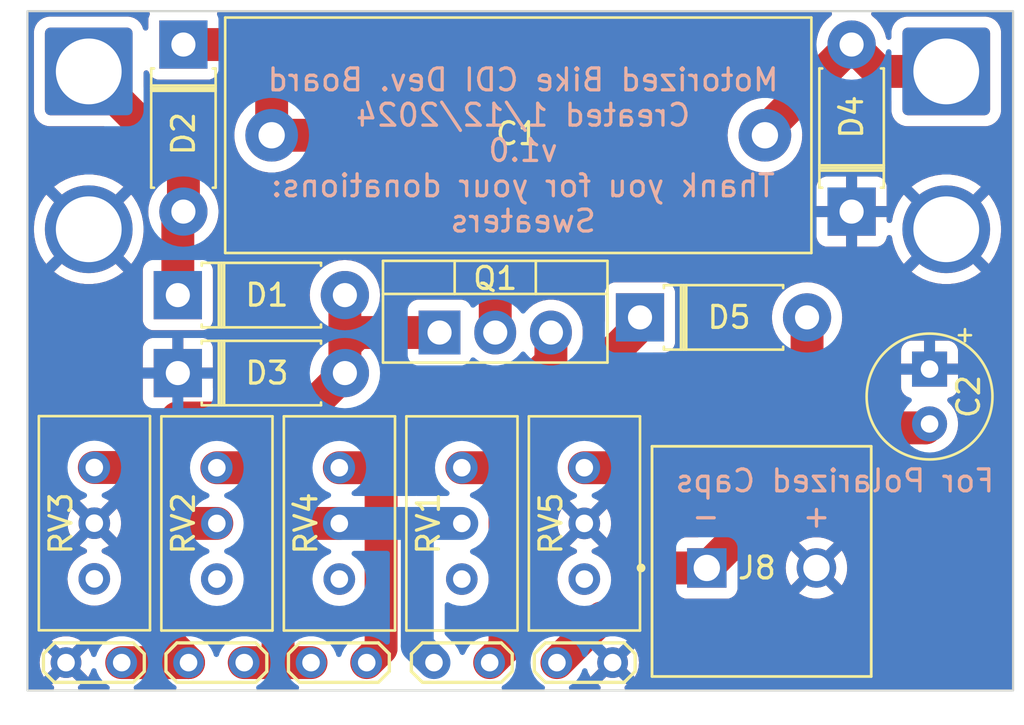
<source format=kicad_pcb>
(kicad_pcb (version 20221018) (generator pcbnew)
  (layers (0 "F.Cu" signal) (31 "B.Cu" signal) (34 "B.Paste" user) (35 "F.Paste" user) (36 "B.SilkS" user "B.Silkscreen") (37 "F.SilkS" user "F.Silkscreen") (38 "B.Mask" user) (39 "F.Mask" user) (44 "Edge.Cuts" user))
  (net 0 "")
  (net 1 "Net-(D2-K)")
  (net 2 "Net-(D4-A)")
  (net 3 "GND")
  (net 4 "Net-(D5-A)")
  (net 5 "Net-(D1-K)")
  (net 6 "Net-(D1-A)")
  (net 7 "Net-(D5-K)")
  (net 8 "Net-(J3-Pin_1)")
  (net 9 "Net-(J3-Pin_2)")
  (footprint "TestPoint:TestPoint_2Pads_Pitch2.54mm_Drill0.8mm" (layer "F.Cu") (at 134.092 93.218 180)
    (fp_text reference "J4" hide)
    (fp_text value "scrD")
    (fp_line (start -1.03 -0.4) (end -0.53 -0.9) (stroke (width 0.15)) (layer "F.SilkS"))
    (fp_line (start -1.03 0.4) (end -1.03 -0.4) (stroke (width 0.15)) (layer "F.SilkS"))
    (fp_line (start -0.53 -0.9) (end 3.07 -0.9) (stroke (width 0.15)) (layer "F.SilkS"))
    (fp_line (start -0.53 0.9) (end -1.03 0.4) (stroke (width 0.15)) (layer "F.SilkS"))
    (fp_line (start 3.07 -0.9) (end 3.57 -0.4) (stroke (width 0.15)) (layer "F.SilkS"))
    (fp_line (start 3.07 0.9) (end -0.53 0.9) (stroke (width 0.15)) (layer "F.SilkS"))
    (fp_line (start 3.57 -0.4) (end 3.57 0.4) (stroke (width 0.15)) (layer "F.SilkS"))
    (fp_line (start 3.57 0.4) (end 3.07 0.9) (stroke (width 0.15)) (layer "F.SilkS"))
    (pad "1" thru_hole circle (at 0 0 180) (size 1.4 1.4) (drill 0.8) (layers "*.Cu" "*.Mask") (net 9 "Net-(J3-Pin_2)"))
    (pad "2" thru_hole circle (at 2.54 0 180) (size 1.4 1.4) (drill 0.8) (layers "*.Cu" "*.Mask") (net 6 "Net-(D1-A)"))
  )
  (footprint "TE_1792863:TE_1792863" (layer "F.Cu") (at 157.694 88.9)
    (fp_text reference "J8" (at -0.214 0) (layer "F.SilkS"))
    (fp_text value "aC")
    (fp_line (start -5 -5.55) (end 5 -5.55) (stroke (width 0.127)) (layer "F.SilkS"))
    (fp_line (start -5 4.95) (end -5 -5.55) (stroke (width 0.127)) (layer "F.SilkS"))
    (fp_line (start 5 -5.55) (end 5 4.95) (stroke (width 0.127)) (layer "F.SilkS"))
    (fp_line (start 5 4.95) (end -5 4.95) (stroke (width 0.127)) (layer "F.SilkS"))
    (fp_circle (center -5.5 0) (end -5.4 0) (stroke (width 0.2)) (fill none) (layer "F.SilkS"))
    (pad "1" thru_hole rect (at -2.5 0) (size 1.8 1.8) (drill 1.2) (layers "*.Cu" "*.Mask") (net 4 "Net-(D5-A)"))
    (pad "2" thru_hole circle (at 2.5 0) (size 1.8 1.8) (drill 1.2) (layers "*.Cu" "*.Mask") (net 3 "GND"))
  )
  (footprint "Diode_THT:D_DO-41_SOD81_P7.62mm_Horizontal" (layer "F.Cu") (at 152.146 77.47)
    (fp_text reference "D5" (at 4.064 0) (layer "F.SilkS"))
    (fp_text value "1N4007")
    (fp_line (start 1.09 -1.47) (end 6.53 -1.47) (stroke (width 0.12)) (layer "F.SilkS"))
    (fp_line (start 1.09 -1.34) (end 1.09 -1.47) (stroke (width 0.12)) (layer "F.SilkS"))
    (fp_line (start 1.09 1.34) (end 1.09 1.47) (stroke (width 0.12)) (layer "F.SilkS"))
    (fp_line (start 1.09 1.47) (end 6.53 1.47) (stroke (width 0.12)) (layer "F.SilkS"))
    (fp_line (start 1.87 -1.47) (end 1.87 1.47) (stroke (width 0.12)) (layer "F.SilkS"))
    (fp_line (start 1.99 -1.47) (end 1.99 1.47) (stroke (width 0.12)) (layer "F.SilkS"))
    (fp_line (start 2.11 -1.47) (end 2.11 1.47) (stroke (width 0.12)) (layer "F.SilkS"))
    (fp_line (start 6.53 -1.47) (end 6.53 -1.34) (stroke (width 0.12)) (layer "F.SilkS"))
    (fp_line (start 6.53 1.47) (end 6.53 1.34) (stroke (width 0.12)) (layer "F.SilkS"))
    (pad "1" thru_hole rect (at 0 0) (size 2.2 2.2) (drill 1.1) (layers "*.Cu" "*.Mask") (net 7 "Net-(D5-K)"))
    (pad "2" thru_hole oval (at 7.62 0) (size 2.2 2.2) (drill 1.1) (layers "*.Cu" "*.Mask") (net 4 "Net-(D5-A)"))
  )
  (footprint "Potentiometer_THT:Potentiometer_Bourns_3296W_Vertical" (layer "F.Cu") (at 149.606 84.328 90)
    (fp_text reference "RV5" (at -2.54 -1.524 90) (layer "F.SilkS"))
    (fp_text value "1k")
    (fp_line (start -7.425 -2.53) (end -7.425 2.54) (stroke (width 0.12)) (layer "F.SilkS"))
    (fp_line (start -7.425 -2.53) (end 2.345 -2.53) (stroke (width 0.12)) (layer "F.SilkS"))
    (fp_line (start -7.425 2.54) (end 2.345 2.54) (stroke (width 0.12)) (layer "F.SilkS"))
    (fp_line (start 2.345 -2.53) (end 2.345 2.54) (stroke (width 0.12)) (layer "F.SilkS"))
    (pad "1" thru_hole circle (at 0 0 90) (size 1.44 1.44) (drill 0.8) (layers "*.Cu" "*.Mask") (net 4 "Net-(D5-A)"))
    (pad "2" thru_hole circle (at -2.54 0 90) (size 1.44 1.44) (drill 0.8) (layers "*.Cu" "*.Mask") (net 3 "GND"))
    (pad "3" thru_hole circle (at -5.08 0 90) (size 1.44 1.44) (drill 0.8) (layers "*.Cu" "*.Mask"))
  )
  (footprint "Connector_Wire:SolderWire-2.5sqmm_1x02_P7.2mm_D2.4mm_OD3.6mm" (layer "F.Cu") (at 127 66.25 -90)
    (fp_text reference "J1" hide)
    (fp_text value "MAG")
    (pad "1" thru_hole roundrect (at 0 0 270) (size 4 4) (drill 3) (layers "*.Cu" "*.Mask") (roundrect_rratio 0.0625) (net 5 "Net-(D1-K)"))
    (pad "2" thru_hole circle (at 7.2 0 270) (size 4 4) (drill 3) (layers "*.Cu" "*.Mask") (net 3 "GND"))
  )
  (footprint "Diode_THT:D_DO-41_SOD81_P7.62mm_Horizontal" (layer "F.Cu") (at 131.064 76.454)
    (fp_text reference "D1" (at 4.064 0) (layer "F.SilkS"))
    (fp_text value "1N4007")
    (fp_line (start 1.09 -1.47) (end 6.53 -1.47) (stroke (width 0.12)) (layer "F.SilkS"))
    (fp_line (start 1.09 -1.34) (end 1.09 -1.47) (stroke (width 0.12)) (layer "F.SilkS"))
    (fp_line (start 1.09 1.34) (end 1.09 1.47) (stroke (width 0.12)) (layer "F.SilkS"))
    (fp_line (start 1.09 1.47) (end 6.53 1.47) (stroke (width 0.12)) (layer "F.SilkS"))
    (fp_line (start 1.87 -1.47) (end 1.87 1.47) (stroke (width 0.12)) (layer "F.SilkS"))
    (fp_line (start 1.99 -1.47) (end 1.99 1.47) (stroke (width 0.12)) (layer "F.SilkS"))
    (fp_line (start 2.11 -1.47) (end 2.11 1.47) (stroke (width 0.12)) (layer "F.SilkS"))
    (fp_line (start 6.53 -1.47) (end 6.53 -1.34) (stroke (width 0.12)) (layer "F.SilkS"))
    (fp_line (start 6.53 1.47) (end 6.53 1.34) (stroke (width 0.12)) (layer "F.SilkS"))
    (pad "1" thru_hole rect (at 0 0) (size 2.2 2.2) (drill 1.1) (layers "*.Cu" "*.Mask") (net 5 "Net-(D1-K)"))
    (pad "2" thru_hole oval (at 7.62 0) (size 2.2 2.2) (drill 1.1) (layers "*.Cu" "*.Mask") (net 6 "Net-(D1-A)"))
  )
  (footprint "Potentiometer_THT:Potentiometer_Bourns_3296W_Vertical" (layer "F.Cu") (at 127.254 84.318 90)
    (fp_text reference "RV3" (at -2.55 -1.524 90) (layer "F.SilkS"))
    (fp_text value "50")
    (fp_line (start -7.425 -2.53) (end -7.425 2.54) (stroke (width 0.12)) (layer "F.SilkS"))
    (fp_line (start -7.425 -2.53) (end 2.345 -2.53) (stroke (width 0.12)) (layer "F.SilkS"))
    (fp_line (start -7.425 2.54) (end 2.345 2.54) (stroke (width 0.12)) (layer "F.SilkS"))
    (fp_line (start 2.345 -2.53) (end 2.345 2.54) (stroke (width 0.12)) (layer "F.SilkS"))
    (pad "1" thru_hole circle (at 0 0 90) (size 1.44 1.44) (drill 0.8) (layers "*.Cu" "*.Mask") (net 6 "Net-(D1-A)"))
    (pad "2" thru_hole circle (at -2.54 0 90) (size 1.44 1.44) (drill 0.8) (layers "*.Cu" "*.Mask") (net 3 "GND"))
    (pad "3" thru_hole circle (at -5.08 0 90) (size 1.44 1.44) (drill 0.8) (layers "*.Cu" "*.Mask"))
  )
  (footprint "Potentiometer_THT:Potentiometer_Bourns_3296W_Vertical" (layer "F.Cu") (at 144.018 84.328 90)
    (fp_text reference "RV1" (at -2.54 -1.524 90) (layer "F.SilkS"))
    (fp_text value "50")
    (fp_line (start -7.425 -2.53) (end -7.425 2.54) (stroke (width 0.12)) (layer "F.SilkS"))
    (fp_line (start -7.425 -2.53) (end 2.345 -2.53) (stroke (width 0.12)) (layer "F.SilkS"))
    (fp_line (start -7.425 2.54) (end 2.345 2.54) (stroke (width 0.12)) (layer "F.SilkS"))
    (fp_line (start 2.345 -2.53) (end 2.345 2.54) (stroke (width 0.12)) (layer "F.SilkS"))
    (pad "1" thru_hole circle (at 0 0 90) (size 1.44 1.44) (drill 0.8) (layers "*.Cu" "*.Mask") (net 7 "Net-(D5-K)"))
    (pad "2" thru_hole circle (at -2.54 0 90) (size 1.44 1.44) (drill 0.8) (layers "*.Cu" "*.Mask") (net 9 "Net-(J3-Pin_2)"))
    (pad "3" thru_hole circle (at -5.08 0 90) (size 1.44 1.44) (drill 0.8) (layers "*.Cu" "*.Mask"))
  )
  (footprint "Potentiometer_THT:Potentiometer_Bourns_3296W_Vertical" (layer "F.Cu") (at 138.43 84.328 90)
    (fp_text reference "RV4" (at -2.54 -1.524 90) (layer "F.SilkS"))
    (fp_text value "500")
    (fp_line (start -7.425 -2.53) (end -7.425 2.54) (stroke (width 0.12)) (layer "F.SilkS"))
    (fp_line (start -7.425 -2.53) (end 2.345 -2.53) (stroke (width 0.12)) (layer "F.SilkS"))
    (fp_line (start -7.425 2.54) (end 2.345 2.54) (stroke (width 0.12)) (layer "F.SilkS"))
    (fp_line (start 2.345 -2.53) (end 2.345 2.54) (stroke (width 0.12)) (layer "F.SilkS"))
    (pad "1" thru_hole circle (at 0 0 90) (size 1.44 1.44) (drill 0.8) (layers "*.Cu" "*.Mask") (net 8 "Net-(J3-Pin_1)"))
    (pad "2" thru_hole circle (at -2.54 0 90) (size 1.44 1.44) (drill 0.8) (layers "*.Cu" "*.Mask") (net 9 "Net-(J3-Pin_2)"))
    (pad "3" thru_hole circle (at -5.08 0 90) (size 1.44 1.44) (drill 0.8) (layers "*.Cu" "*.Mask"))
  )
  (footprint "Diode_THT:D_DO-41_SOD81_P7.62mm_Horizontal" (layer "F.Cu") (at 161.798 72.644 90)
    (fp_text reference "D4" (at 4.318 0 90) (layer "F.SilkS"))
    (fp_text value "1N4007")
    (fp_line (start 1.09 -1.47) (end 6.53 -1.47) (stroke (width 0.12)) (layer "F.SilkS"))
    (fp_line (start 1.09 -1.34) (end 1.09 -1.47) (stroke (width 0.12)) (layer "F.SilkS"))
    (fp_line (start 1.09 1.34) (end 1.09 1.47) (stroke (width 0.12)) (layer "F.SilkS"))
    (fp_line (start 1.09 1.47) (end 6.53 1.47) (stroke (width 0.12)) (layer "F.SilkS"))
    (fp_line (start 1.87 -1.47) (end 1.87 1.47) (stroke (width 0.12)) (layer "F.SilkS"))
    (fp_line (start 1.99 -1.47) (end 1.99 1.47) (stroke (width 0.12)) (layer "F.SilkS"))
    (fp_line (start 2.11 -1.47) (end 2.11 1.47) (stroke (width 0.12)) (layer "F.SilkS"))
    (fp_line (start 6.53 -1.47) (end 6.53 -1.34) (stroke (width 0.12)) (layer "F.SilkS"))
    (fp_line (start 6.53 1.47) (end 6.53 1.34) (stroke (width 0.12)) (layer "F.SilkS"))
    (pad "1" thru_hole rect (at 0 0 90) (size 2.2 2.2) (drill 1.1) (layers "*.Cu" "*.Mask") (net 3 "GND"))
    (pad "2" thru_hole oval (at 7.62 0 90) (size 2.2 2.2) (drill 1.1) (layers "*.Cu" "*.Mask") (net 2 "Net-(D4-A)"))
  )
  (footprint "Package_TO_SOT_THT:TO-220-3_Vertical" (layer "F.Cu") (at 143.002 78.161)
    (fp_text reference "Q1" (at 2.54 -2.469) (layer "F.SilkS"))
    (fp_text value "TIC106")
    (fp_line (start -2.58 -3.27) (end -2.58 1.371) (stroke (width 0.12)) (layer "F.SilkS"))
    (fp_line (start -2.58 -3.27) (end 7.66 -3.27) (stroke (width 0.12)) (layer "F.SilkS"))
    (fp_line (start -2.58 -1.76) (end 7.66 -1.76) (stroke (width 0.12)) (layer "F.SilkS"))
    (fp_line (start -2.58 1.371) (end 7.66 1.371) (stroke (width 0.12)) (layer "F.SilkS"))
    (fp_line (start 0.69 -3.27) (end 0.69 -1.76) (stroke (width 0.12)) (layer "F.SilkS"))
    (fp_line (start 4.391 -3.27) (end 4.391 -1.76) (stroke (width 0.12)) (layer "F.SilkS"))
    (fp_line (start 7.66 -3.27) (end 7.66 1.371) (stroke (width 0.12)) (layer "F.SilkS"))
    (pad "1" thru_hole rect (at 0 0) (size 1.905 2) (drill 1.1) (layers "*.Cu" "*.Mask") (net 6 "Net-(D1-A)"))
    (pad "2" thru_hole oval (at 2.54 0) (size 1.905 2) (drill 1.1) (layers "*.Cu" "*.Mask") (net 1 "Net-(D2-K)"))
    (pad "3" thru_hole oval (at 5.08 0) (size 1.905 2) (drill 1.1) (layers "*.Cu" "*.Mask") (net 8 "Net-(J3-Pin_1)"))
  )
  (footprint "Diode_THT:D_DO-41_SOD81_P7.62mm_Horizontal" (layer "F.Cu") (at 131.318 65.024 -90)
    (fp_text reference "D2" (at 4.064 0 90) (layer "F.SilkS"))
    (fp_text value "1N4007")
    (fp_line (start 1.09 -1.47) (end 6.53 -1.47) (stroke (width 0.12)) (layer "F.SilkS"))
    (fp_line (start 1.09 -1.34) (end 1.09 -1.47) (stroke (width 0.12)) (layer "F.SilkS"))
    (fp_line (start 1.09 1.34) (end 1.09 1.47) (stroke (width 0.12)) (layer "F.SilkS"))
    (fp_line (start 1.09 1.47) (end 6.53 1.47) (stroke (width 0.12)) (layer "F.SilkS"))
    (fp_line (start 1.87 -1.47) (end 1.87 1.47) (stroke (width 0.12)) (layer "F.SilkS"))
    (fp_line (start 1.99 -1.47) (end 1.99 1.47) (stroke (width 0.12)) (layer "F.SilkS"))
    (fp_line (start 2.11 -1.47) (end 2.11 1.47) (stroke (width 0.12)) (layer "F.SilkS"))
    (fp_line (start 6.53 -1.47) (end 6.53 -1.34) (stroke (width 0.12)) (layer "F.SilkS"))
    (fp_line (start 6.53 1.47) (end 6.53 1.34) (stroke (width 0.12)) (layer "F.SilkS"))
    (pad "1" thru_hole rect (at 0 0 270) (size 2.2 2.2) (drill 1.1) (layers "*.Cu" "*.Mask") (net 1 "Net-(D2-K)"))
    (pad "2" thru_hole oval (at 7.62 0 270) (size 2.2 2.2) (drill 1.1) (layers "*.Cu" "*.Mask") (net 5 "Net-(D1-K)"))
  )
  (footprint "TestPoint:TestPoint_2Pads_Pitch2.54mm_Drill0.8mm" (layer "F.Cu") (at 142.748 93.218)
    (fp_text reference "J5" hide)
    (fp_text value "AtG")
    (fp_line (start -1.03 -0.4) (end -0.53 -0.9) (stroke (width 0.15)) (layer "F.SilkS"))
    (fp_line (start -1.03 0.4) (end -1.03 -0.4) (stroke (width 0.15)) (layer "F.SilkS"))
    (fp_line (start -0.53 -0.9) (end 3.07 -0.9) (stroke (width 0.15)) (layer "F.SilkS"))
    (fp_line (start -0.53 0.9) (end -1.03 0.4) (stroke (width 0.15)) (layer "F.SilkS"))
    (fp_line (start 3.07 -0.9) (end 3.57 -0.4) (stroke (width 0.15)) (layer "F.SilkS"))
    (fp_line (start 3.07 0.9) (end -0.53 0.9) (stroke (width 0.15)) (layer "F.SilkS"))
    (fp_line (start 3.57 -0.4) (end 3.57 0.4) (stroke (width 0.15)) (layer "F.SilkS"))
    (fp_line (start 3.57 0.4) (end 3.07 0.9) (stroke (width 0.15)) (layer "F.SilkS"))
    (pad "1" thru_hole circle (at 0 0) (size 1.4 1.4) (drill 0.8) (layers "*.Cu" "*.Mask") (net 9 "Net-(J3-Pin_2)"))
    (pad "2" thru_hole circle (at 2.54 0) (size 1.4 1.4) (drill 0.8) (layers "*.Cu" "*.Mask") (net 7 "Net-(D5-K)"))
  )
  (footprint "Capacitor_THT:CP_Radial_Tantal_D5.5mm_P2.50mm" (layer "F.Cu") (at 165.354 79.829631 -90)
    (fp_text reference "C2" (at 1.25 -1.778 -90) (layer "F.SilkS"))
    (fp_text value "0.47u")
    (fp_line (start -1.822262 -1.615) (end -1.272262 -1.615) (stroke (width 0.12)) (layer "F.SilkS"))
    (fp_line (start -1.547262 -1.89) (end -1.547262 -1.34) (stroke (width 0.12)) (layer "F.SilkS"))
    (fp_circle (center 1.25 0) (end 4.12 0) (stroke (width 0.12)) (fill none) (layer "F.SilkS"))
    (pad "1" thru_hole rect (at 0 0 270) (size 1.6 1.6) (drill 0.8) (layers "*.Cu" "*.Mask") (net 3 "GND"))
    (pad "2" thru_hole circle (at 2.5 0 270) (size 1.6 1.6) (drill 0.8) (layers "*.Cu" "*.Mask") (net 4 "Net-(D5-A)"))
  )
  (footprint "Diode_THT:D_DO-41_SOD81_P7.62mm_Horizontal" (layer "F.Cu") (at 131.064 80.01)
    (fp_text reference "D3" (at 4.064 0) (layer "F.SilkS"))
    (fp_text value "1N4007")
    (fp_line (start 1.09 -1.47) (end 6.53 -1.47) (stroke (width 0.12)) (layer "F.SilkS"))
    (fp_line (start 1.09 -1.34) (end 1.09 -1.47) (stroke (width 0.12)) (layer "F.SilkS"))
    (fp_line (start 1.09 1.34) (end 1.09 1.47) (stroke (width 0.12)) (layer "F.SilkS"))
    (fp_line (start 1.09 1.47) (end 6.53 1.47) (stroke (width 0.12)) (layer "F.SilkS"))
    (fp_line (start 1.87 -1.47) (end 1.87 1.47) (stroke (width 0.12)) (layer "F.SilkS"))
    (fp_line (start 1.99 -1.47) (end 1.99 1.47) (stroke (width 0.12)) (layer "F.SilkS"))
    (fp_line (start 2.11 -1.47) (end 2.11 1.47) (stroke (width 0.12)) (layer "F.SilkS"))
    (fp_line (start 6.53 -1.47) (end 6.53 -1.34) (stroke (width 0.12)) (layer "F.SilkS"))
    (fp_line (start 6.53 1.47) (end 6.53 1.34) (stroke (width 0.12)) (layer "F.SilkS"))
    (pad "1" thru_hole rect (at 0 0) (size 2.2 2.2) (drill 1.1) (layers "*.Cu" "*.Mask") (net 3 "GND"))
    (pad "2" thru_hole oval (at 7.62 0) (size 2.2 2.2) (drill 1.1) (layers "*.Cu" "*.Mask") (net 6 "Net-(D1-A)"))
  )
  (footprint "Capacitor_THT:C_Rect_L26.5mm_W10.5mm_P22.50mm_MKS4" (layer "F.Cu") (at 135.344 69.162)
    (fp_text reference "C1" (at 11.214 -0.074) (layer "F.SilkS"))
    (fp_text value "1u")
    (fp_line (start -2.12 -5.37) (end -2.12 5.37) (stroke (width 0.12)) (layer "F.SilkS"))
    (fp_line (start -2.12 -5.37) (end 24.62 -5.37) (stroke (width 0.12)) (layer "F.SilkS"))
    (fp_line (start -2.12 5.37) (end 24.62 5.37) (stroke (width 0.12)) (layer "F.SilkS"))
    (fp_line (start 24.62 -5.37) (end 24.62 5.37) (stroke (width 0.12)) (layer "F.SilkS"))
    (pad "1" thru_hole circle (at 0 0) (size 2.4 2.4) (drill 1.2) (layers "*.Cu" "*.Mask") (net 1 "Net-(D2-K)"))
    (pad "2" thru_hole circle (at 22.5 0) (size 2.4 2.4) (drill 1.2) (layers "*.Cu" "*.Mask") (net 2 "Net-(D4-A)"))
  )
  (footprint "TestPoint:TestPoint_2Pads_Pitch2.54mm_Drill0.8mm" (layer "F.Cu") (at 139.68 93.218 180)
    (fp_text reference "J3" hide)
    (fp_text value "GtD")
    (fp_line (start -1.03 -0.4) (end -0.53 -0.9) (stroke (width 0.15)) (layer "F.SilkS"))
    (fp_line (start -1.03 0.4) (end -1.03 -0.4) (stroke (width 0.15)) (layer "F.SilkS"))
    (fp_line (start -0.53 -0.9) (end 3.07 -0.9) (stroke (width 0.15)) (layer "F.SilkS"))
    (fp_line (start -0.53 0.9) (end -1.03 0.4) (stroke (width 0.15)) (layer "F.SilkS"))
    (fp_line (start 3.07 -0.9) (end 3.57 -0.4) (stroke (width 0.15)) (layer "F.SilkS"))
    (fp_line (start 3.07 0.9) (end -0.53 0.9) (stroke (width 0.15)) (layer "F.SilkS"))
    (fp_line (start 3.57 -0.4) (end 3.57 0.4) (stroke (width 0.15)) (layer "F.SilkS"))
    (fp_line (start 3.57 0.4) (end 3.07 0.9) (stroke (width 0.15)) (layer "F.SilkS"))
    (pad "1" thru_hole circle (at 0 0 180) (size 1.4 1.4) (drill 0.8) (layers "*.Cu" "*.Mask") (net 8 "Net-(J3-Pin_1)"))
    (pad "2" thru_hole circle (at 2.54 0 180) (size 1.4 1.4) (drill 0.8) (layers "*.Cu" "*.Mask") (net 9 "Net-(J3-Pin_2)"))
  )
  (footprint "Potentiometer_THT:Potentiometer_Bourns_3296W_Vertical" (layer "F.Cu") (at 132.842 84.328 90)
    (fp_text reference "RV2" (at -2.54 -1.524 90) (layer "F.SilkS"))
    (fp_text value "2k")
    (fp_line (start -7.425 -2.53) (end -7.425 2.54) (stroke (width 0.12)) (layer "F.SilkS"))
    (fp_line (start -7.425 -2.53) (end 2.345 -2.53) (stroke (width 0.12)) (layer "F.SilkS"))
    (fp_line (start -7.425 2.54) (end 2.345 2.54) (stroke (width 0.12)) (layer "F.SilkS"))
    (fp_line (start 2.345 -2.53) (end 2.345 2.54) (stroke (width 0.12)) (layer "F.SilkS"))
    (pad "1" thru_hole circle (at 0 0 90) (size 1.44 1.44) (drill 0.8) (layers "*.Cu" "*.Mask") (net 9 "Net-(J3-Pin_2)"))
    (pad "2" thru_hole circle (at -2.54 0 90) (size 1.44 1.44) (drill 0.8) (layers "*.Cu" "*.Mask") (net 6 "Net-(D1-A)"))
    (pad "3" thru_hole circle (at -5.08 0 90) (size 1.44 1.44) (drill 0.8) (layers "*.Cu" "*.Mask"))
  )
  (footprint "TestPoint:TestPoint_2Pads_Pitch2.54mm_Drill0.8mm" (layer "F.Cu") (at 148.356 93.218)
    (fp_text reference "J7" hide)
    (fp_text value "aD")
    (fp_line (start -1.03 -0.4) (end -0.53 -0.9) (stroke (width 0.15)) (layer "F.SilkS"))
    (fp_line (start -1.03 0.4) (end -1.03 -0.4) (stroke (width 0.15)) (layer "F.SilkS"))
    (fp_line (start -0.53 -0.9) (end 3.07 -0.9) (stroke (width 0.15)) (layer "F.SilkS"))
    (fp_line (start -0.53 0.9) (end -1.03 0.4) (stroke (width 0.15)) (layer "F.SilkS"))
    (fp_line (start 3.07 -0.9) (end 3.57 -0.4) (stroke (width 0.15)) (layer "F.SilkS"))
    (fp_line (start 3.07 0.9) (end -0.53 0.9) (stroke (width 0.15)) (layer "F.SilkS"))
    (fp_line (start 3.57 -0.4) (end 3.57 0.4) (stroke (width 0.15)) (layer "F.SilkS"))
    (fp_line (start 3.57 0.4) (end 3.07 0.9) (stroke (width 0.15)) (layer "F.SilkS"))
    (pad "1" thru_hole circle (at 0 0) (size 1.4 1.4) (drill 0.8) (layers "*.Cu" "*.Mask") (net 4 "Net-(D5-A)"))
    (pad "2" thru_hole circle (at 2.54 0) (size 1.4 1.4) (drill 0.8) (layers "*.Cu" "*.Mask") (net 3 "GND"))
  )
  (footprint "Connector_Wire:SolderWire-2.5sqmm_1x02_P7.2mm_D2.4mm_OD3.6mm" (layer "F.Cu") (at 166.116 66.25 -90)
    (fp_text reference "J6" hide)
    (fp_text value "COIL")
    (pad "1" thru_hole roundrect (at 0 0 270) (size 4 4) (drill 3) (layers "*.Cu" "*.Mask") (roundrect_rratio 0.0625) (net 2 "Net-(D4-A)"))
    (pad "2" thru_hole circle (at 7.2 0 270) (size 4 4) (drill 3) (layers "*.Cu" "*.Mask") (net 3 "GND"))
  )
  (footprint "TestPoint:TestPoint_2Pads_Pitch2.54mm_Drill0.8mm" (layer "F.Cu") (at 128.504 93.218 180)
    (fp_text reference "J2" hide)
    (fp_text value "lD")
    (fp_line (start -1.03 -0.4) (end -0.53 -0.9) (stroke (width 0.15)) (layer "F.SilkS"))
    (fp_line (start -1.03 0.4) (end -1.03 -0.4) (stroke (width 0.15)) (layer "F.SilkS"))
    (fp_line (start -0.53 -0.9) (end 3.07 -0.9) (stroke (width 0.15)) (layer "F.SilkS"))
    (fp_line (start -0.53 0.9) (end -1.03 0.4) (stroke (width 0.15)) (layer "F.SilkS"))
    (fp_line (start 3.07 -0.9) (end 3.57 -0.4) (stroke (width 0.15)) (layer "F.SilkS"))
    (fp_line (start 3.07 0.9) (end -0.53 0.9) (stroke (width 0.15)) (layer "F.SilkS"))
    (fp_line (start 3.57 -0.4) (end 3.57 0.4) (stroke (width 0.15)) (layer "F.SilkS"))
    (fp_line (start 3.57 0.4) (end 3.07 0.9) (stroke (width 0.15)) (layer "F.SilkS"))
    (pad "1" thru_hole circle (at 0 0 180) (size 1.4 1.4) (drill 0.8) (layers "*.Cu" "*.Mask") (net 6 "Net-(D1-A)"))
    (pad "2" thru_hole circle (at 2.54 0 180) (size 1.4 1.4) (drill 0.8) (layers "*.Cu" "*.Mask") (net 3 "GND"))
  )
  (gr_rect (start 124.206 63.5) (end 169.164 94.488) (stroke (width 0.1)) (fill none) (layer "Edge.Cuts"))
  (gr_text "Motorized Bike CDI Dev. Board\nCreated 1/12/2024\nv1.0\nThank you for your donations:\nSweaters" (at 146.812 73.66) (layer "B.SilkS") (effects (font (size 1 1)) (justify bottom mirror)))
  (gr_text "For Polarized Caps\n+     - " (at 153.67 87.122) (layer "B.SilkS") (effects (font (size 1 1)) (justify right bottom mirror)))
  (segment (start 133.604 65.024) (end 135.344 66.764) (width 1.5) (layer "F.Cu") (net 1))
  (segment (start 140.79 69.162) (end 135.344 69.162) (width 1.5) (layer "F.Cu") (net 1))
  (segment (start 145.542 78.161) (end 145.542 73.914) (width 1.5) (layer "F.Cu") (net 1))
  (segment (start 145.542 73.914) (end 140.79 69.162) (width 1.5) (layer "F.Cu") (net 1))
  (segment (start 131.318 65.024) (end 133.604 65.024) (width 1.5) (layer "F.Cu") (net 1))
  (segment (start 135.344 66.764) (end 135.344 69.162) (width 1.5) (layer "F.Cu") (net 1))
  (segment (start 163.024 66.25) (end 161.798 65.024) (width 1.5) (layer "F.Cu") (net 2))
  (segment (start 166.116 66.25) (end 163.024 66.25) (width 1.5) (layer "F.Cu") (net 2))
  (segment (start 157.844 69.162) (end 157.844 68.978) (width 1.5) (layer "F.Cu") (net 2))
  (segment (start 157.844 68.978) (end 161.798 65.024) (width 1.5) (layer "F.Cu") (net 2))
  (segment (start 159.766 77.47) (end 159.766 80.692) (width 1.5) (layer "F.Cu") (net 4))
  (segment (start 150.388 91.186) (end 151.13 91.186) (width 1.5) (layer "F.Cu") (net 4))
  (segment (start 156.972 84.328) (end 158.369 85.725) (width 1.5) (layer "F.Cu") (net 4))
  (segment (start 158.369 85.725) (end 155.194 88.9) (width 1.5) (layer "F.Cu") (net 4))
  (segment (start 161.584 82.51) (end 158.369 85.725) (width 1.5) (layer "F.Cu") (net 4))
  (segment (start 151.13 91.186) (end 153.416 88.9) (width 1.5) (layer "F.Cu") (net 4))
  (segment (start 165.354 82.329631) (end 165.173631 82.51) (width 1.5) (layer "F.Cu") (net 4))
  (segment (start 149.606 84.328) (end 156.972 84.328) (width 1.5) (layer "F.Cu") (net 4))
  (segment (start 159.766 80.692) (end 161.584 82.51) (width 1.5) (layer "F.Cu") (net 4))
  (segment (start 148.356 93.218) (end 150.388 91.186) (width 1.5) (layer "F.Cu") (net 4))
  (segment (start 165.173631 82.51) (end 161.584 82.51) (width 1.5) (layer "F.Cu") (net 4))
  (segment (start 153.416 88.9) (end 155.194 88.9) (width 1.5) (layer "F.Cu") (net 4))
  (segment (start 131.318 70.568) (end 127 66.25) (width 1.5) (layer "F.Cu") (net 5))
  (segment (start 131.064 76.454) (end 131.064 72.898) (width 1.5) (layer "F.Cu") (net 5))
  (segment (start 131.318 72.644) (end 131.318 70.568) (width 1.5) (layer "F.Cu") (net 5))
  (segment (start 131.064 72.898) (end 131.318 72.644) (width 1.5) (layer "F.Cu") (net 5))
  (segment (start 131.318 86.868) (end 132.842 86.868) (width 1.5) (layer "F.Cu") (net 6))
  (segment (start 130.302 84.328) (end 130.292 84.318) (width 1.5) (layer "F.Cu") (net 6))
  (segment (start 130.292 84.318) (end 130.292 85.842) (width 1.5) (layer "F.Cu") (net 6))
  (segment (start 128.504 93.218) (end 131.552 93.218) (width 1.5) (layer "F.Cu") (net 6))
  (segment (start 130.302 91.968) (end 130.302 84.328) (width 1.5) (layer "F.Cu") (net 6))
  (segment (start 131.046 82.06) (end 130.292 82.814) (width 1.5) (layer "F.Cu") (net 6))
  (segment (start 131.552 93.218) (end 130.302 91.968) (width 1.5) (layer "F.Cu") (net 6))
  (segment (start 130.292 85.842) (end 131.318 86.868) (width 1.5) (layer "F.Cu") (net 6))
  (segment (start 138.684 76.454) (end 138.684 78.74) (width 1.5) (layer "F.Cu") (net 6))
  (segment (start 138.684 78.74) (end 138.684 80.01) (width 1.5) (layer "F.Cu") (net 6))
  (segment (start 130.292 82.814) (end 130.292 84.318) (width 1.5) (layer "F.Cu") (net 6))
  (segment (start 143.002 78.161) (end 139.263 78.161) (width 1.5) (layer "F.Cu") (net 6))
  (segment (start 127.254 84.318) (end 130.292 84.318) (width 1.5) (layer "F.Cu") (net 6))
  (segment (start 136.634 82.06) (end 131.046 82.06) (width 1.5) (layer "F.Cu") (net 6))
  (segment (start 139.263 78.161) (end 138.684 78.74) (width 1.5) (layer "F.Cu") (net 6))
  (segment (start 138.684 80.01) (end 136.634 82.06) (width 1.5) (layer "F.Cu") (net 6))
  (segment (start 152.146 77.842164) (end 152.146 77.47) (width 1.5) (layer "F.Cu") (net 7))
  (segment (start 144.018 84.328) (end 145.660164 84.328) (width 1.5) (layer "F.Cu") (net 7))
  (segment (start 145.988 92.518) (end 145.288 93.218) (width 1.5) (layer "F.Cu") (net 7))
  (segment (start 145.988 84.655836) (end 145.988 92.518) (width 1.5) (layer "F.Cu") (net 7))
  (segment (start 145.660164 84.328) (end 145.988 84.655836) (width 1.5) (layer "F.Cu") (net 7))
  (segment (start 145.660164 84.328) (end 152.146 77.842164) (width 1.5) (layer "F.Cu") (net 7))
  (segment (start 139.68 93.218) (end 140.335 92.563) (width 1.5) (layer "F.Cu") (net 8))
  (segment (start 146.558 81.026) (end 148.082 79.502) (width 1.5) (layer "F.Cu") (net 8))
  (segment (start 140.208 84.328) (end 140.335 84.201) (width 1.5) (layer "F.Cu") (net 8))
  (segment (start 143.51 81.026) (end 146.558 81.026) (width 1.5) (layer "F.Cu") (net 8))
  (segment (start 148.082 79.502) (end 148.082 78.161) (width 1.5) (layer "F.Cu") (net 8))
  (segment (start 140.335 92.563) (end 140.335 84.201) (width 1.5) (layer "F.Cu") (net 8))
  (segment (start 138.43 84.328) (end 140.208 84.328) (width 1.5) (layer "F.Cu") (net 8))
  (segment (start 140.335 84.201) (end 143.51 81.026) (width 1.5) (layer "F.Cu") (net 8))
  (segment (start 134.366 84.328) (end 135.636 85.598) (width 1.5) (layer "F.Cu") (net 9))
  (segment (start 136.144 86.868) (end 138.43 86.868) (width 1.5) (layer "F.Cu") (net 9))
  (segment (start 134.092 93.218) (end 135.636 93.218) (width 1.5) (layer "F.Cu") (net 9))
  (segment (start 135.636 93.218) (end 137.14 93.218) (width 1.5) (layer "F.Cu") (net 9))
  (segment (start 135.636 86.36) (end 136.144 86.868) (width 1.5) (layer "F.Cu") (net 9))
  (segment (start 135.636 85.598) (end 135.636 93.218) (width 1.5) (layer "F.Cu") (net 9))
  (segment (start 132.842 84.328) (end 134.366 84.328) (width 1.5) (layer "F.Cu") (net 9))
  (segment (start 141.986 92.456) (end 141.986 86.868) (width 1.5) (layer "B.Cu") (net 9))
  (segment (start 144.018 86.868) (end 141.986 86.868) (width 1.5) (layer "B.Cu") (net 9))
  (segment (start 142.748 93.218) (end 141.986 92.456) (width 1.5) (layer "B.Cu") (net 9))
  (segment (start 141.986 86.868) (end 138.43 86.868) (width 1.5) (layer "B.Cu") (net 9))
  (zone (net 3) (net_name "GND") (layers "F&B.Cu") (connect_pads (clearance 0.5)) (min_thickness 0.25) (fill yes (thermal_gap 0.5) (thermal_bridge_width 0.5))
    (polygon (pts (xy 123.698 62.992) (xy 169.672 62.992) (xy 169.672 94.996) (xy 123.698 94.996)))
  )
)
</source>
